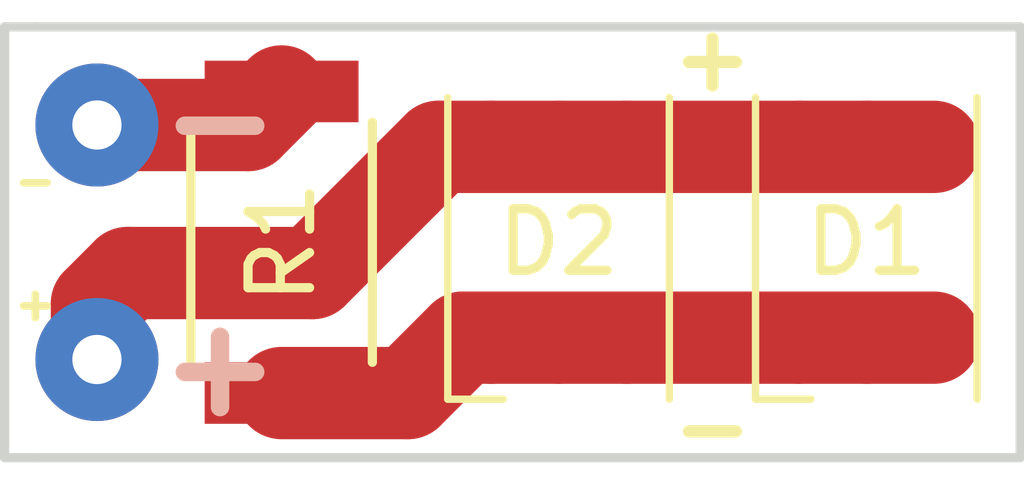
<source format=kicad_pcb>
(kicad_pcb (version 4) (host pcbnew 4.0.5)

  (general
    (links 13)
    (no_connects 0)
    (area 121.715 99.2 142.875 106.9)
    (thickness 1.6)
    (drawings 12)
    (tracks 21)
    (zones 0)
    (modules 4)
    (nets 4)
  )

  (page A4)
  (layers
    (0 F.Cu signal)
    (31 B.Cu signal)
    (32 B.Adhes user)
    (33 F.Adhes user)
    (34 B.Paste user)
    (35 F.Paste user)
    (36 B.SilkS user)
    (37 F.SilkS user)
    (38 B.Mask user)
    (39 F.Mask user)
    (40 Dwgs.User user)
    (41 Cmts.User user)
    (42 Eco1.User user)
    (43 Eco2.User user)
    (44 Edge.Cuts user)
    (45 Margin user)
    (46 B.CrtYd user)
    (47 F.CrtYd user)
    (48 B.Fab user)
    (49 F.Fab user)
  )

  (setup
    (last_trace_width 1.5)
    (trace_clearance 0.2)
    (zone_clearance 0.508)
    (zone_45_only no)
    (trace_min 0.2)
    (segment_width 0.2)
    (edge_width 0.15)
    (via_size 0.6)
    (via_drill 0.4)
    (via_min_size 0.4)
    (via_min_drill 0.3)
    (uvia_size 0.3)
    (uvia_drill 0.1)
    (uvias_allowed no)
    (uvia_min_size 0.2)
    (uvia_min_drill 0.1)
    (pcb_text_width 0.3)
    (pcb_text_size 1.5 1.5)
    (mod_edge_width 0.15)
    (mod_text_size 1 1)
    (mod_text_width 0.15)
    (pad_size 1.99898 1.99898)
    (pad_drill 0.8001)
    (pad_to_mask_clearance 0.2)
    (aux_axis_origin 0 0)
    (grid_origin 117.5 93.5)
    (visible_elements 7FFFFFFF)
    (pcbplotparams
      (layerselection 0x31cf0_80000001)
      (usegerberextensions false)
      (excludeedgelayer true)
      (linewidth 0.100000)
      (plotframeref false)
      (viasonmask false)
      (mode 1)
      (useauxorigin false)
      (hpglpennumber 1)
      (hpglpenspeed 20)
      (hpglpendiameter 15)
      (hpglpenoverlay 2)
      (psnegative false)
      (psa4output false)
      (plotreference true)
      (plotvalue true)
      (plotinvisibletext false)
      (padsonsilk false)
      (subtractmaskfromsilk false)
      (outputformat 1)
      (mirror false)
      (drillshape 0)
      (scaleselection 1)
      (outputdirectory gerber/))
  )

  (net 0 "")
  (net 1 "Net-(D1-Pad1)")
  (net 2 VCC)
  (net 3 GND)

  (net_class Default "This is the default net class."
    (clearance 0.2)
    (trace_width 1.5)
    (via_dia 0.6)
    (via_drill 0.4)
    (uvia_dia 0.3)
    (uvia_drill 0.1)
  )

  (net_class high ""
    (clearance 0.2)
    (trace_width 1.5)
    (via_dia 1.5)
    (via_drill 1)
    (uvia_dia 0.3)
    (uvia_drill 0.1)
    (add_net GND)
    (add_net "Net-(D1-Pad1)")
    (add_net VCC)
  )

  (module LEDs:LED_RGB_PLCC-6 (layer F.Cu) (tedit 589BF9C3) (tstamp 589BF968)
    (at 139 103 90)
    (descr "RGB LED PLCC-6")
    (tags "RGB LED PLCC-6")
    (path /589BF6BE)
    (attr smd)
    (fp_text reference D1 (at 0 0 360) (layer F.SilkS)
      (effects (font (size 1 1) (thickness 0.15)))
    )
    (fp_text value LED_RGB (at 0 2.8 90) (layer F.Fab) hide
      (effects (font (size 1 1) (thickness 0.15)))
    )
    (fp_line (start -1.7 -1.1) (end -1.1 -1.7) (layer F.Fab) (width 0.1))
    (fp_line (start -1.7 -1.7) (end -1.7 1.7) (layer F.Fab) (width 0.1))
    (fp_line (start -1.7 1.7) (end 1.7 1.7) (layer F.Fab) (width 0.1))
    (fp_line (start 1.7 1.7) (end 1.7 -1.7) (layer F.Fab) (width 0.1))
    (fp_line (start 1.7 -1.7) (end -1.7 -1.7) (layer F.Fab) (width 0.1))
    (fp_line (start -2.55 -1.8) (end -2.55 -0.9) (layer F.SilkS) (width 0.12))
    (fp_line (start 2.65 -2) (end 2.65 2) (layer F.CrtYd) (width 0.05))
    (fp_line (start -2.75 -2) (end -2.75 2) (layer F.CrtYd) (width 0.05))
    (fp_line (start -2.75 2) (end 2.65 2) (layer F.CrtYd) (width 0.05))
    (fp_line (start -2.75 -2) (end 2.65 -2) (layer F.CrtYd) (width 0.05))
    (fp_line (start -2.55 1.8) (end 2.35 1.8) (layer F.SilkS) (width 0.12))
    (fp_line (start 2.35 -1.8) (end -2.55 -1.8) (layer F.SilkS) (width 0.12))
    (pad 1 smd rect (at -1.55 -1.1 180) (size 0.7 1.3) (layers F.Cu F.Paste F.Mask)
      (net 1 "Net-(D1-Pad1)"))
    (pad 2 smd rect (at -1.55 0 180) (size 0.7 1.3) (layers F.Cu F.Paste F.Mask)
      (net 1 "Net-(D1-Pad1)"))
    (pad 3 smd rect (at -1.55 1.1 180) (size 0.7 1.3) (layers F.Cu F.Paste F.Mask)
      (net 1 "Net-(D1-Pad1)"))
    (pad 4 smd rect (at 1.55 1.1 180) (size 0.7 1.3) (layers F.Cu F.Paste F.Mask)
      (net 2 VCC))
    (pad 5 smd rect (at 1.55 0 180) (size 0.7 1.3) (layers F.Cu F.Paste F.Mask)
      (net 2 VCC))
    (pad 6 smd rect (at 1.55 -1.1 180) (size 0.7 1.3) (layers F.Cu F.Paste F.Mask)
      (net 2 VCC))
  )

  (module LEDs:LED_RGB_PLCC-6 (layer F.Cu) (tedit 589BF9C8) (tstamp 589BF97E)
    (at 134 103 90)
    (descr "RGB LED PLCC-6")
    (tags "RGB LED PLCC-6")
    (path /589BF7E8)
    (attr smd)
    (fp_text reference D2 (at 0 0 360) (layer F.SilkS)
      (effects (font (size 1 1) (thickness 0.15)))
    )
    (fp_text value LED_RGB (at 0 2.8 90) (layer F.Fab) hide
      (effects (font (size 1 1) (thickness 0.15)))
    )
    (fp_line (start -1.7 -1.1) (end -1.1 -1.7) (layer F.Fab) (width 0.1))
    (fp_line (start -1.7 -1.7) (end -1.7 1.7) (layer F.Fab) (width 0.1))
    (fp_line (start -1.7 1.7) (end 1.7 1.7) (layer F.Fab) (width 0.1))
    (fp_line (start 1.7 1.7) (end 1.7 -1.7) (layer F.Fab) (width 0.1))
    (fp_line (start 1.7 -1.7) (end -1.7 -1.7) (layer F.Fab) (width 0.1))
    (fp_line (start -2.55 -1.8) (end -2.55 -0.9) (layer F.SilkS) (width 0.12))
    (fp_line (start 2.65 -2) (end 2.65 2) (layer F.CrtYd) (width 0.05))
    (fp_line (start -2.75 -2) (end -2.75 2) (layer F.CrtYd) (width 0.05))
    (fp_line (start -2.75 2) (end 2.65 2) (layer F.CrtYd) (width 0.05))
    (fp_line (start -2.75 -2) (end 2.65 -2) (layer F.CrtYd) (width 0.05))
    (fp_line (start -2.55 1.8) (end 2.35 1.8) (layer F.SilkS) (width 0.12))
    (fp_line (start 2.35 -1.8) (end -2.55 -1.8) (layer F.SilkS) (width 0.12))
    (pad 1 smd rect (at -1.55 -1.1 180) (size 0.7 1.3) (layers F.Cu F.Paste F.Mask)
      (net 1 "Net-(D1-Pad1)"))
    (pad 2 smd rect (at -1.55 0 180) (size 0.7 1.3) (layers F.Cu F.Paste F.Mask)
      (net 1 "Net-(D1-Pad1)"))
    (pad 3 smd rect (at -1.55 1.1 180) (size 0.7 1.3) (layers F.Cu F.Paste F.Mask)
      (net 1 "Net-(D1-Pad1)"))
    (pad 4 smd rect (at 1.55 1.1 180) (size 0.7 1.3) (layers F.Cu F.Paste F.Mask)
      (net 2 VCC))
    (pad 5 smd rect (at 1.55 0 180) (size 0.7 1.3) (layers F.Cu F.Paste F.Mask)
      (net 2 VCC))
    (pad 6 smd rect (at 1.55 -1.1 180) (size 0.7 1.3) (layers F.Cu F.Paste F.Mask)
      (net 2 VCC))
  )

  (module Resistors_SMD:R_2010 (layer F.Cu) (tedit 589BF9DA) (tstamp 589BF98E)
    (at 129.5 103 90)
    (descr "Resistor SMD 2010, reflow soldering, Vishay (see dcrcw.pdf)")
    (tags "resistor 2010")
    (path /589BFA1F)
    (attr smd)
    (fp_text reference R1 (at 0 0 90) (layer F.SilkS)
      (effects (font (size 1 1) (thickness 0.15)))
    )
    (fp_text value 470 (at 0 2.7 90) (layer F.Fab) hide
      (effects (font (size 1 1) (thickness 0.15)))
    )
    (fp_line (start -2.5 1.25) (end -2.5 -1.25) (layer F.Fab) (width 0.1))
    (fp_line (start 2.5 1.25) (end -2.5 1.25) (layer F.Fab) (width 0.1))
    (fp_line (start 2.5 -1.25) (end 2.5 1.25) (layer F.Fab) (width 0.1))
    (fp_line (start -2.5 -1.25) (end 2.5 -1.25) (layer F.Fab) (width 0.1))
    (fp_line (start -3.25 -1.6) (end 3.25 -1.6) (layer F.CrtYd) (width 0.05))
    (fp_line (start -3.25 1.6) (end 3.25 1.6) (layer F.CrtYd) (width 0.05))
    (fp_line (start -3.25 -1.6) (end -3.25 1.6) (layer F.CrtYd) (width 0.05))
    (fp_line (start 3.25 -1.6) (end 3.25 1.6) (layer F.CrtYd) (width 0.05))
    (fp_line (start 1.95 1.475) (end -1.95 1.475) (layer F.SilkS) (width 0.15))
    (fp_line (start -1.95 -1.475) (end 1.95 -1.475) (layer F.SilkS) (width 0.15))
    (pad 1 smd rect (at -2.45 0 90) (size 1 2.5) (layers F.Cu F.Paste F.Mask)
      (net 1 "Net-(D1-Pad1)"))
    (pad 2 smd rect (at 2.45 0 90) (size 1 2.5) (layers F.Cu F.Paste F.Mask)
      (net 3 GND))
    (model Resistors_SMD.3dshapes/R_2010.wrl
      (at (xyz 0 0 0))
      (scale (xyz 1 1 1))
      (rotate (xyz 0 0 0))
    )
  )

  (module Wire_Pads:SolderWirePad_2x_0-8mmDrill (layer F.Cu) (tedit 589CD98D) (tstamp 589CD82B)
    (at 126.5 103 90)
    (fp_text reference REF** (at 0 -3.81 90) (layer F.SilkS) hide
      (effects (font (size 1 1) (thickness 0.15)))
    )
    (fp_text value "" (at 0.635 2.54 90) (layer F.Fab) hide
      (effects (font (size 1 1) (thickness 0.15)))
    )
    (pad 1 thru_hole circle (at -1.905 0 90) (size 1.99898 1.99898) (drill 0.8001) (layers *.Cu *.Mask)
      (net 2 VCC))
    (pad 2 thru_hole circle (at 1.905 0 90) (size 1.99898 1.99898) (drill 0.8001) (layers *.Cu *.Mask)
      (net 3 GND))
  )

  (gr_text - (at 136.5 106) (layer F.SilkS)
    (effects (font (size 1 1) (thickness 0.2)) (justify mirror))
  )
  (gr_text + (at 136.5 100) (layer F.SilkS)
    (effects (font (size 1 1) (thickness 0.2)) (justify mirror))
  )
  (gr_text - (at 128.5 101) (layer B.SilkS)
    (effects (font (size 1.5 1.5) (thickness 0.3)) (justify mirror))
  )
  (gr_text + (at 128.5 105) (layer B.SilkS)
    (effects (font (size 1.5 1.5) (thickness 0.3)) (justify mirror))
  )
  (gr_text - (at 125.5 102) (layer F.SilkS)
    (effects (font (size 0.5 0.5) (thickness 0.125)))
  )
  (gr_text + (at 125.5 104) (layer F.SilkS)
    (effects (font (size 0.5 0.5) (thickness 0.125)))
  )
  (gr_line (start 125 106.5) (end 125.5 106.5) (angle 90) (layer Edge.Cuts) (width 0.15))
  (gr_line (start 125 99.5) (end 125 106.5) (angle 90) (layer Edge.Cuts) (width 0.15))
  (gr_line (start 125.5 99.5) (end 125 99.5) (angle 90) (layer Edge.Cuts) (width 0.15))
  (gr_line (start 141.5 106.5) (end 125.5 106.5) (angle 90) (layer Edge.Cuts) (width 0.15))
  (gr_line (start 141.5 99.5) (end 141.5 106.5) (angle 90) (layer Edge.Cuts) (width 0.15))
  (gr_line (start 125.5 99.5) (end 141.5 99.5) (angle 90) (layer Edge.Cuts) (width 0.15))

  (segment (start 132.9 104.55) (end 132.45 104.55) (width 1.5) (layer F.Cu) (net 1))
  (segment (start 131.55 105.45) (end 129.5 105.45) (width 1.5) (layer F.Cu) (net 1) (tstamp 589CDA0D))
  (segment (start 132.45 104.55) (end 131.55 105.45) (width 1.5) (layer F.Cu) (net 1) (tstamp 589CDA09))
  (segment (start 134 104.55) (end 132.9 104.55) (width 1.5) (layer F.Cu) (net 1))
  (segment (start 135.1 104.55) (end 134 104.55) (width 1.5) (layer F.Cu) (net 1))
  (segment (start 137.9 104.55) (end 135.1 104.55) (width 1.5) (layer F.Cu) (net 1))
  (segment (start 139 104.55) (end 137.9 104.55) (width 1.5) (layer F.Cu) (net 1))
  (segment (start 140.1 104.55) (end 139 104.55) (width 1.5) (layer F.Cu) (net 1))
  (segment (start 139 101.45) (end 140.1 101.45) (width 1.5) (layer F.Cu) (net 2))
  (segment (start 137.9 101.45) (end 139 101.45) (width 1.5) (layer F.Cu) (net 2))
  (segment (start 135.1 101.45) (end 137.9 101.45) (width 1.5) (layer F.Cu) (net 2))
  (segment (start 134 101.45) (end 135.1 101.45) (width 1.5) (layer F.Cu) (net 2))
  (segment (start 132.9 101.45) (end 134 101.45) (width 1.5) (layer F.Cu) (net 2))
  (segment (start 132.9 101.45) (end 132.05 101.45) (width 1.5) (layer F.Cu) (net 2))
  (segment (start 130 103.5) (end 131.5 102) (width 1.5) (layer F.Cu) (net 2) (tstamp 589CD99A))
  (segment (start 127 103.5) (end 130 103.5) (width 1.5) (layer F.Cu) (net 2) (tstamp 589CD995))
  (segment (start 127 103.5) (end 126.5 104) (width 1.5) (layer F.Cu) (net 2) (tstamp 589CD992))
  (segment (start 132.05 101.45) (end 131.5 102) (width 1.5) (layer F.Cu) (net 2) (tstamp 589CD9F0))
  (segment (start 126.5 104.905) (end 126.5 104) (width 1.5) (layer F.Cu) (net 2))
  (segment (start 126.5 101.095) (end 128.955 101.095) (width 1.5) (layer F.Cu) (net 3))
  (segment (start 128.955 101.095) (end 129.5 100.55) (width 1.5) (layer F.Cu) (net 3) (tstamp 589CD96D))

)

</source>
